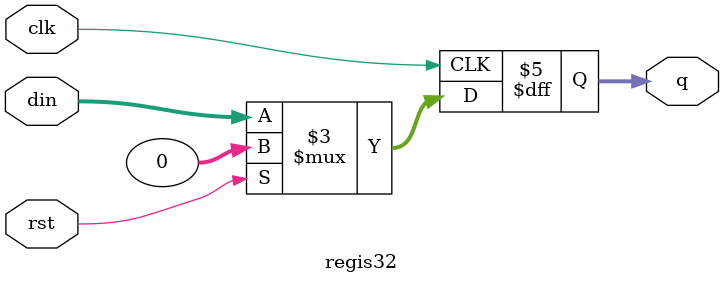
<source format=sv>
module regis32(input logic [31:0] din, input clk, rst, output logic [31:0] q);
always_ff @(posedge clk) begin
 	if(rst) begin
		q <= 32'b0;
	end
	else begin
		q<=din;
	end
end
endmodule

</source>
